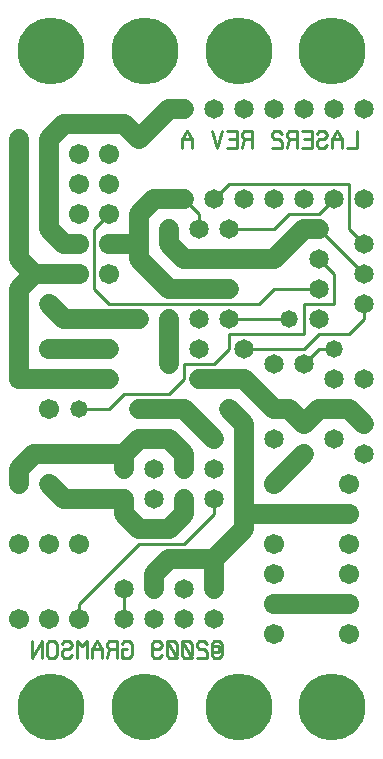
<source format=gbl>
%MOIN*%
%FSLAX25Y25*%
G04 D10 used for Character Trace; *
G04     Circle (OD=.01000) (No hole)*
G04 D11 used for Power Trace; *
G04     Circle (OD=.06500) (No hole)*
G04 D12 used for Signal Trace; *
G04     Circle (OD=.01100) (No hole)*
G04 D13 used for Via; *
G04     Circle (OD=.05800) (Round. Hole ID=.02800)*
G04 D14 used for Component hole; *
G04     Circle (OD=.06500) (Round. Hole ID=.03500)*
G04 D15 used for Component hole; *
G04     Circle (OD=.06700) (Round. Hole ID=.04300)*
G04 D16 used for Component hole; *
G04     Circle (OD=.08100) (Round. Hole ID=.05100)*
G04 D17 used for Component hole; *
G04     Circle (OD=.08900) (Round. Hole ID=.05900)*
G04 D18 used for Component hole; *
G04     Circle (OD=.11300) (Round. Hole ID=.08300)*
G04 D19 used for Component hole; *
G04     Circle (OD=.16000) (Round. Hole ID=.13000)*
G04 D20 used for Component hole; *
G04     Circle (OD=.18300) (Round. Hole ID=.15300)*
G04 D21 used for Component hole; *
G04     Circle (OD=.22291) (Round. Hole ID=.19291)*
%ADD10C,.01000*%
%ADD11C,.06500*%
%ADD12C,.01100*%
%ADD13C,.05800*%
%ADD14C,.06500*%
%ADD15C,.06700*%
%ADD16C,.08100*%
%ADD17C,.08900*%
%ADD18C,.11300*%
%ADD19C,.16000*%
%ADD20C,.18300*%
%ADD21C,.22291*%
%IPPOS*%
%LPD*%
G90*X0Y0D02*D21*X15625Y15625D03*D10*              
X70000Y35957D02*X71674D01*Y34043D01*X70000D01*    
X71674Y32129D02*X70000D01*X69163Y33086D01*        
Y36914D01*X70000Y37871D01*X71674D01*              
X72511Y36914D01*Y33086D01*X71674Y32129D01*        
X67511Y36914D02*X66674Y37871D01*X65000D01*        
X64163Y36914D01*Y35957D01*X65000Y35000D01*        
X66674D01*X67511Y34043D01*Y32129D01*X64163D01*    
X59163Y33086D02*X60000Y32129D01*X61674D01*        
X62511Y33086D01*Y36914D01*X61674Y37871D01*        
X60000D01*X59163Y36914D01*Y33086D01*              
X62511Y32129D02*X59163Y37871D01*X54163Y33086D02*  
X55000Y32129D01*X56674D01*X57511Y33086D01*        
Y36914D01*X56674Y37871D01*X55000D01*              
X54163Y36914D01*Y33086D01*X57511Y32129D02*        
X54163Y37871D01*X49163Y35957D02*X50000Y35000D01*  
X51674D01*X52511Y35957D01*Y36914D01*              
X51674Y37871D01*X50000D01*X49163Y36914D01*        
Y33086D01*X50000Y32129D01*X51674D01*              
X52511Y33086D01*X39163D02*X40000Y32129D01*        
X41674D01*X42511Y33086D01*Y36914D01*              
X41674Y37871D01*X40000D01*X39163Y36914D01*        
X40837Y35000D02*X39163D01*Y32129D01*X37511D02*    
Y37871D01*X35000D01*X34163Y36914D01*Y35957D01*    
X35000Y35000D01*X37511D01*X35000D02*              
X34163Y32129D01*X32511D02*Y35000D01*              
X30837Y37871D01*X29163Y35000D01*Y32129D01*        
X32511Y35000D02*X29163D01*X27511Y32129D02*        
Y37871D01*X25837Y35957D01*X24163Y37871D01*        
Y32129D01*X19163Y36914D02*X20000Y37871D01*        
X21674D01*X22511Y36914D01*Y35957D01*              
X21674Y35000D01*X20000D01*X19163Y34043D01*        
Y33086D01*X20000Y32129D01*X21674D01*              
X22511Y33086D01*X14163D02*X15000Y32129D01*        
X16674D01*X17511Y33086D01*Y36914D01*              
X16674Y37871D01*X15000D01*X14163Y36914D01*        
Y33086D01*X12511Y32129D02*Y37871D01*              
X9163Y32129D01*Y37871D01*D14*X40000Y45000D03*D12* 
Y55000D01*D14*D03*X50000Y45000D03*Y55000D03*D11*  
Y60000D01*X55000Y65000D01*X70000D01*Y55000D01*D14*
D03*X60000Y45000D03*D11*X70000Y65000D02*          
X80000Y75000D01*Y80000D01*X90000D01*D15*D03*D11*  
X115000D01*D15*D03*Y90000D03*Y70000D03*D14*       
X120000Y100000D03*D15*X115000Y60000D03*D14*       
X100000Y100000D03*D11*X90000Y90000D01*D15*D03*D11*
X80000Y80000D02*Y110000D01*X75000Y115000D01*D13*  
D03*D14*X65000Y125000D03*D11*X75000D01*D14*D03*   
D11*X80000D01*X90000Y115000D01*X95000D01*         
X100000Y110000D01*D14*D03*D11*X105000Y115000D01*  
X115000D01*X120000Y110000D01*D14*D03*             
X110000Y105000D03*X120000Y125000D03*X110000D03*   
X100000Y130000D03*D12*X105000Y135000D01*          
X110000D01*D13*D03*D12*X105000Y140000D02*         
X115000D01*X100000Y135000D02*X105000Y140000D01*   
X80000Y135000D02*X100000D01*D14*X80000D03*D12*    
X75000D02*Y140000D01*X70000Y130000D02*            
X75000Y135000D01*X60000Y130000D02*X70000D01*      
X60000Y125000D02*Y130000D01*X55000Y120000D02*     
X60000Y125000D01*X40000Y120000D02*X55000D01*      
X35000Y115000D02*X40000Y120000D01*                
X25000Y115000D02*X35000D01*D13*X25000D03*D14*     
X35000Y125000D03*D11*X5000D01*D15*D03*D11*        
Y155000D01*X10000Y160000D01*X25000D01*D15*D03*D12*
X35000Y150000D02*X30000Y155000D01*                
X35000Y150000D02*X85000D01*X90000Y155000D01*      
X105000D01*D14*D03*D12*X100000Y150000D02*         
X110000D01*X100000Y140000D02*Y150000D01*          
X75000Y140000D02*X100000D01*D14*X75000Y145000D03* 
D12*X95000D01*D13*D03*D14*X105000D03*D12*         
X110000Y150000D02*Y160000D01*D14*X120000D03*D12*  
X105000Y175000D01*D14*D03*D11*X100000D01*         
X90000Y165000D01*X75000D01*D14*D03*D11*X65000D01* 
D14*D03*D11*X60000D01*X55000Y170000D01*Y175000D01*
D14*D03*D11*Y155000D02*X45000Y165000D01*          
X55000Y155000D02*X65000D01*D14*D03*D11*X75000D01* 
D14*D03*X65000Y145000D03*D12*X75000Y175000D02*    
X90000D01*D14*X75000D03*X80000Y185000D03*D12*     
X65000Y175000D02*Y180000D01*D14*Y175000D03*D12*   
Y180000D02*X60000Y185000D01*D14*D03*D11*X50000D01*
X45000Y180000D01*Y170000D01*Y165000D01*           
X35000Y170000D02*X45000D01*D15*X35000D03*D12*     
X30000Y155000D02*Y175000D01*D15*X35000Y160000D03* 
D11*X20000Y145000D02*X45000D01*D13*D03*D14*       
X35000Y135000D03*D11*X15000D01*D15*D03*D11*       
X20000Y145000D02*X15000Y150000D01*D13*D03*D11*    
X10000Y160000D02*X5000Y165000D01*Y205000D01*D13*  
D03*D11*X15000Y175000D02*Y205000D01*              
X20000Y170000D02*X15000Y175000D01*                
X20000Y170000D02*X25000D01*D15*D03*D12*           
X30000Y175000D02*X35000Y180000D01*D15*D03*        
X25000Y190000D03*X35000D03*X25000Y180000D03*      
X35000Y200000D03*X25000D03*D10*X117511Y207871D02* 
Y202129D01*X114163D01*X112511D02*Y205000D01*      
X110837Y207871D01*X109163Y205000D01*Y202129D01*   
X112511Y205000D02*X109163D01*X104163Y206914D02*   
X105000Y207871D01*X106674D01*X107511Y206914D01*   
Y205957D01*X106674Y205000D01*X105000D01*          
X104163Y204043D01*Y203086D01*X105000Y202129D01*   
X106674D01*X107511Y203086D01*X99163Y202129D02*    
X102511D01*Y207871D01*X99163D01*X102511Y205000D02*
X100000D01*X97511Y202129D02*Y207871D01*X95000D01* 
X94163Y206914D01*Y205957D01*X95000Y205000D01*     
X97511D01*X95000D02*X94163Y202129D01*             
X92511Y206914D02*X91674Y207871D01*X90000D01*      
X89163Y206914D01*Y205957D01*X90000Y205000D01*     
X91674D01*X92511Y204043D01*Y202129D01*X89163D01*  
X82511D02*Y207871D01*X80000D01*X79163Y206914D01*  
Y205957D01*X80000Y205000D01*X82511D01*X80000D02*  
X79163Y202129D01*X74163D02*X77511D01*Y207871D01*  
X74163D01*X77511Y205000D02*X75000D01*             
X72511Y207871D02*X70837Y202129D01*                
X69163Y207871D01*X62511Y202129D02*Y205000D01*     
X60837Y207871D01*X59163Y205000D01*Y202129D01*     
X62511Y205000D02*X59163D01*D13*X45000D03*D11*     
X55000Y215000D01*X60000D01*D14*D03*X70000D03*D11* 
X45000Y205000D02*X40000Y210000D01*X20000D01*      
X15000Y205000D01*D21*X46875Y234375D03*X15625D03*  
D14*X70000Y185000D03*D12*X75000Y190000D01*        
X115000D01*Y175000D01*X120000Y170000D01*D14*D03*  
D12*X110000Y160000D02*X105000Y165000D01*D14*D03*  
X120000Y150000D03*D12*Y145000D01*                 
X115000Y140000D01*D14*X90000Y130000D03*Y105000D03*
D12*Y175000D02*X95000Y180000D01*X105000D01*       
X110000Y185000D01*D14*D03*X120000D03*X100000D03*  
X90000D03*X80000Y215000D03*X120000D03*X110000D03* 
X100000D03*X90000D03*X65000Y135000D03*D21*        
X109375Y234375D03*X78125D03*D14*X55000Y130000D03* 
D11*Y145000D01*D14*D03*D13*X45000Y115000D03*D11*  
X60000D01*X70000Y105000D01*D13*D03*D14*           
X60000Y95000D03*D11*Y100000D01*X55000Y105000D01*  
X45000D01*X40000Y100000D01*Y95000D01*D14*D03*D11* 
X10000Y100000D02*X40000D01*X5000Y95000D02*        
X10000Y100000D01*X5000Y90000D02*Y95000D01*D14*    
Y90000D03*X15000D03*D11*X20000Y85000D01*X40000D01*
D14*D03*D11*Y80000D01*X45000Y75000D01*X55000D01*  
X60000Y80000D01*Y85000D01*D14*D03*X70000Y95000D03*
X50000D03*D12*X60000Y70000D02*X70000Y80000D01*    
X45000Y70000D02*X60000D01*X25000Y50000D02*        
X45000Y70000D01*X25000Y45000D02*Y50000D01*D15*    
Y45000D03*X15000D03*X5000D03*X25000Y70000D03*     
X15000D03*X5000D03*D21*X46875Y15625D03*D14*       
X60000Y55000D03*X50000Y85000D03*X70000Y45000D03*  
D12*Y80000D02*Y85000D01*D14*D03*D15*              
X90000Y70000D03*Y60000D03*Y50000D03*D11*          
X115000D01*D15*D03*Y40000D03*X90000D03*D21*       
X78125Y15625D03*X109375D03*D15*X15000Y115000D03*  
M02*                                              

</source>
